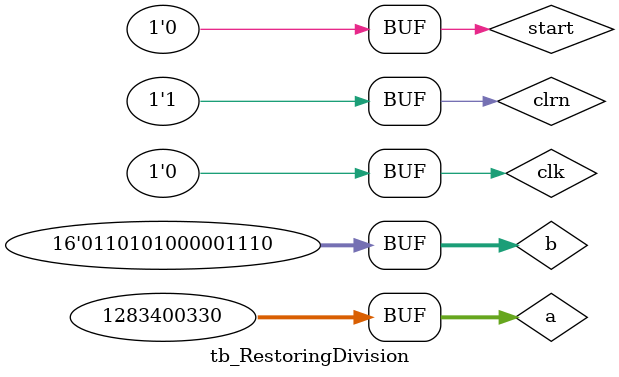
<source format=v>
`timescale 1ns / 1ps

module tb_RestoringDivision();

    reg clk, clrn;    // Clock and Reset
    reg [31:0] a;     // Dividend
    reg [15:0] b;     // Divisor
    reg start;        // Start signal
    wire [31:0] q;    // Quotient
    wire [15:0] r;    // Remainder
    wire busy;        // Calculation continues    
    wire ready;       // Ready
    
    RestoringDivision Division(clk, 
                               clrn,     // Clock and Reset
                               a,        // Dividend
                               b,        // Divisor
                               start,    // Start signal
                               q,        // Quotient
                               r,        // Remainder
                               busy,     // Calculation continues    
                               ready); 
        
    // Clock
    always begin
        clk = 1'b1;
        #5;
        clk = 1'b0;
        #5;
    end
                              
    initial begin
        clrn    = 1'b1;
        a       = 32'd0;
        b       = 16'd0;
        start   = 1'b0;
        #20;
        
        a       = 32'h4C7F_228A;
        b       = 16'h6A0E;
        #10;
        
        start = 1'b1;
        #10;
        start = 1'b0;
        
    end
endmodule

</source>
